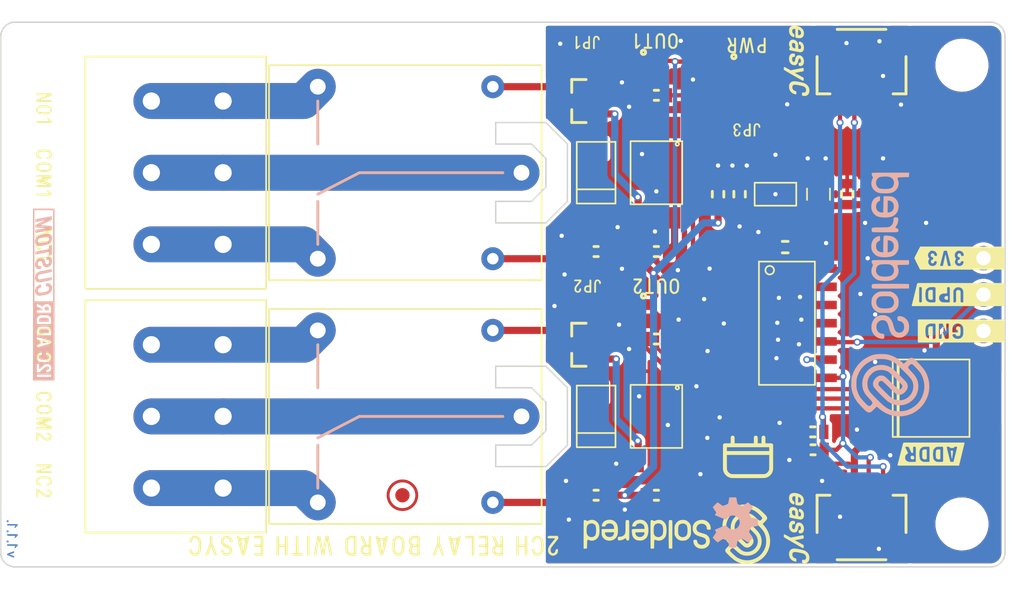
<source format=kicad_pcb>
(kicad_pcb (version 20211014) (generator pcbnew)
  (title_block (title "2CH relay board with easyC") (date "2021-07-14") (rev "V1.1.1.") (company "SOLDERED") (comment 1 "333025"))
  (layers (0 "F.Cu" signal) (31 "B.Cu" signal) (34 "B.Paste" user) (35 "F.Paste" user) (36 "B.SilkS" user "B.Silkscreen") (37 "F.SilkS" user "F.Silkscreen") (38 "B.Mask" user) (39 "F.Mask" user) (44 "Edge.Cuts" user))
  (net 0 "")
  (net 1 "Net-(D1-Pad2)")
  (net 2 "Net-(D2-Pad2)")
  (net 3 "Net-(D2-Pad1)")
  (net 4 "Net-(D3-Pad1)")
  (net 5 "Net-(D4-Pad2)")
  (net 6 "Net-(D5-Pad2)")
  (net 7 "NC1")
  (net 8 "COM1")
  (net 9 "NO1")
  (net 10 "GND")
  (net 11 "IN2")
  (net 12 "IN1")
  (net 13 "NC2")
  (net 14 "COM2")
  (net 15 "NO2")
  (net 16 "Net-(Q1-Pad1)")
  (net 17 "Net-(R1-Pad1)")
  (net 18 "Net-(R3-Pad1)")
  (net 19 "Net-(JP1-Pad1)")
  (net 20 "Net-(JP2-Pad2)")
  (net 21 "3V3")
  (net 22 "5V")
  (net 23 "SDA")
  (net 24 "SCL")
  (net 25 "UPDI")
  (net 26 "Net-(JP3-Pad1)")
  (net 27 "Net-(R8-Pad1)")
  (net 28 "Net-(R10-Pad1)")
  (net 32 "Net-(D5-Pad1)")
  (net 36 "Net-(U4-Pad1)")
  (net 37 "Net-(U3-Pad3)")
  (net 38 "ADD1")
  (net 39 "ADD2")
  (net 40 "ADD3")
  (footprint "e-radionica.com footprinti:SOIC-14" (layer "F.Cu") (at 120 117)
    (fp_text reference "U2")
    (fp_text value "ATTINY404-SSNR")
  )
  (footprint "buzzardLabel" (layer "F.Cu") (at 117.2 97.6 180)
    (fp_text reference "")
    (fp_text value "")
  )
  (footprint "e-radionica.com footprinti:0603C" (layer "F.Cu") (at 124.2 108 -90)
    (fp_text reference "C4")
    (fp_text value "C1608X7S1A475K080AC")
  )
  (footprint "e-radionica.com footprinti:SOT-23-3" (layer "F.Cu") (at 105.7 118.5 180)
    (fp_text reference "Q2")
    (fp_text value "NPN-SOT-23-3")
  )
  (footprint "e-radionica.com footprinti:0603R" (layer "F.Cu") (at 121.82 125.83 180)
    (fp_text reference "R5")
    (fp_text value "10k")
  )
  (footprint "buzzardLabel" (layer "F.Cu") (at 106.1 114.4 180)
    (fp_text reference "")
    (fp_text value "")
  )
  (footprint "e-radionica.com footprinti:0603C" (layer "F.Cu") (at 116.7 108 -90)
    (fp_text reference "C2")
    (fp_text value "CL10A226MPCNUBE")
  )
  (footprint "buzzardLabel" (layer "F.Cu") (at 117.2 103.5 180)
    (fp_text reference "")
    (fp_text value "")
  )
  (footprint "e-radionica.com footprinti:HEADER-UPDI" (layer "F.Cu") (at 133.7 115 -90)
    (fp_text reference "K2")
    (fp_text value "HEADER-UPDI")
  )
  (footprint "buzzardLabel" (layer "F.Cu") (at 135.6 117.54 180)
    (fp_text reference "")
    (fp_text value "")
  )
  (footprint "e-radionica.com footprinti:HOLE_3.2mm" (layer "F.Cu") (at 68.2 131 -90)
    (fp_text reference "H2" hide)
    (fp_text value "HOLE_3.2mm" hide)
  )
  (footprint "e-radionica.com footprinti:SMD-JUMPER-CONNECTED_TRACE_SLODERMASK" (layer "F.Cu") (at 117.2 102.2)
    (fp_text reference "JP2")
    (fp_text value "SMD-JUMPER-CONNECTED_TRACE_SLODERMASK")
  )
  (footprint "e-radionica.com footprinti:0402LED" (layer "F.Cu") (at 117.2 99 180)
    (fp_text reference "D3")
    (fp_text value "purple")
  )
  (footprint "Soldered Graphics:Logo-Front-SolderedFULL-13mm" (layer "F.Cu") (at 112.33 131.72 180)
    (fp_text reference "REF**" hide)
    (fp_text value "Logo-Front-SolderedFULL-13mm" hide)
  )
  (footprint "buzzardLabel" (layer "F.Cu") (at 130.05 126.13 180)
    (fp_text reference "")
    (fp_text value "")
  )
  (footprint "e-radionica.com footprinti:HOLE_3.2mm" (layer "F.Cu") (at 132.2 99 -90)
    (fp_text reference "H4" hide)
    (fp_text value "HOLE_3.2mm" hide)
  )
  (footprint "e-radionica.com footprinti:0402R" (layer "F.Cu") (at 108.5 98.7)
    (fp_text reference "R2")
    (fp_text value "2k2")
  )
  (footprint "e-radionica.com footprinti:easyC-connector" (layer "F.Cu") (at 125.2 99.3)
    (fp_text reference "K4")
    (fp_text value "easyC-SMD")
  )
  (footprint "e-radionica.com footprinti:PC357_OPTO" (layer "F.Cu") (at 110.9 106.5 -90)
    (fp_text reference "U1")
    (fp_text value "PC357_OPTO")
  )
  (footprint "e-radionica.com footprinti:0603R" (layer "F.Cu") (at 106.7 112)
    (fp_text reference "R4")
    (fp_text value "10R")
  )
  (footprint "buzzardLabel" (layer "F.Cu") (at 135.6 115 180)
    (fp_text reference "")
    (fp_text value "")
  )
  (footprint "e-radionica.com footprinti:0603R" (layer "F.Cu") (at 110.9 112 180)
    (fp_text reference "R3")
    (fp_text value "330R")
  )
  (footprint "buzzardLabel" (layer "F.Cu") (at 68.2 106.5 -90)
    (fp_text reference "")
    (fp_text value "")
  )
  (footprint "buzzardLabel" (layer "F.Cu") (at 91.2 132.5 180)
    (fp_text reference "")
    (fp_text value "")
  )
  (footprint "Soldered Graphics:Logo-Front-easyC-5mm" (layer "F.Cu") (at 120.7 131.3 -90)
    (fp_text reference "G***" hide)
    (fp_text value "LOGO" hide)
  )
  (footprint "e-radionica.com footprinti:SMD-JUMPER-CONNECTED_TRACE_SLODERMASK" (layer "F.Cu") (at 106.1 98.7 180)
    (fp_text reference "JP1")
    (fp_text value "SMD-JUMPER-CONNECTED_TRACE_SLODERMASK")
  )
  (footprint "e-radionica.com footprinti:0402LED" (layer "F.Cu") (at 110.9 98.7 180)
    (fp_text reference "D1")
    (fp_text value "blue")
  )
  (footprint "buzzardLabel" (layer "F.Cu") (at 68.2 123.5 -90)
    (fp_text reference "")
    (fp_text value "")
  )
  (footprint "buzzardLabel" (layer "F.Cu") (at 68.2 128 -90)
    (fp_text reference "")
    (fp_text value "")
  )
  (footprint "e-radionica.com footprinti:0603C" (layer "F.Cu") (at 119.88 111.69)
    (fp_text reference "C1")
    (fp_text value "0.1uF")
  )
  (footprint "e-radionica.com footprinti:SRD_RELAY_5V" (layer "F.Cu") (at 93.4 106.5)
    (fp_text reference "K3")
    (fp_text value "SRD-05VDC-SL-C")
  )
  (footprint "Soldered Graphics:Logo-Back-OSH-3.5mm" (layer "F.Cu") (at 116.4 130.9 -90)
    (fp_text reference "G***" hide)
    (fp_text value "LOGO" hide)
  )
  (footprint "e-radionica.com footprinti:DSHP03TS-S" (layer "F.Cu") (at 130.05 122.23)
    (fp_text reference "K8")
    (fp_text value "DSHP03TS-S")
  )
  (footprint "e-radionica.com footprinti:0603R" (layer "F.Cu") (at 106.7 129)
    (fp_text reference "R11")
    (fp_text value "10R")
  )
  (footprint "e-radionica.com footprinti:SMD-JUMPER-CONNECTED_TRACE_SLODERMASK" (layer "F.Cu") (at 106.1 115.7 180)
    (fp_text reference "JP3")
    (fp_text value "SMD-JUMPER-CONNECTED_TRACE_SLODERMASK")
  )
  (footprint "e-radionica.com footprinti:tps613222a" (layer "F.Cu") (at 119.2 108 -90)
    (fp_text reference "U4")
    (fp_text value "TPS613222A")
  )
  (footprint "e-radionica.com footprinti:0603R" (layer "F.Cu") (at 110.9 101.1)
    (fp_text reference "R1")
    (fp_text value "100R")
  )
  (footprint "Soldered Graphics:Logo-Front-easyC-5mm" (layer "F.Cu") (at 120.7 98.7 -90)
    (fp_text reference "G***" hide)
    (fp_text value "LOGO" hide)
  )
  (footprint "e-radionica.com footprinti:0806L" (layer "F.Cu") (at 122.2 108 -90)
    (fp_text reference "L1")
    (fp_text value "DFE201612E-2R2M=P2")
  )
  (footprint "e-radionica.com footprinti:0402R" (layer "F.Cu") (at 117.2 100.5)
    (fp_text reference "R7")
    (fp_text value "2k2")
  )
  (footprint "e-radionica.com footprinti:M4_DIODA" (layer "F.Cu") (at 106.7 123.5 -90)
    (fp_text reference "D5")
    (fp_text value "M4_DIODA")
  )
  (footprint "buzzardLabel" (layer "F.Cu") (at 135.6 112.46 180)
    (fp_text reference "")
    (fp_text value "")
  )
  (footprint "e-radionica.com footprinti:0603R" (layer "F.Cu") (at 121.8 124.58 180)
    (fp_text reference "R6")
    (fp_text value "10k")
  )
  (footprint "e-radionica.com footprinti:0603R" (layer "F.Cu") (at 110.9 118.1)
    (fp_text reference "R8")
    (fp_text value "100R")
  )
  (footprint "e-radionica.com footprinti:0603C" (layer "F.Cu") (at 115.2 108 -90)
    (fp_text reference "C3")
    (fp_text value "CL10A226MPCNUBE")
  )
  (footprint "e-radionica.com footprinti:0603R" (layer "F.Cu") (at 110.9 129 180)
    (fp_text reference "R10")
    (fp_text value "330R")
  )
  (footprint "e-radionica.com footprinti:FIDUCIAL_23" (layer "F.Cu") (at 132.2 106 -90)
    (fp_text reference "FD1")
    (fp_text value "FIDUCIAL")
  )
  (footprint "e-radionica.com footprinti:0402LED" (layer "F.Cu") (at 110.9 115.7 180)
    (fp_text reference "D4")
    (fp_text value "blue")
  )
  (footprint "buzzardLabel" (layer "F.Cu") (at 68.2 102 -90)
    (fp_text reference "")
    (fp_text value "")
  )
  (footprint "e-radionica.com footprinti:HOLE_3.2mm" (layer "F.Cu") (at 132.2 131 -90)
    (fp_text reference "H3" hide)
    (fp_text value "HOLE_3.2mm" hide)
  )
  (footprint "buzzardLabel" (layer "F.Cu") (at 68.2 111.5 -90)
    (fp_text reference "")
    (fp_text value "")
  )
  (footprint "Soldered Graphics:Logo-Back-SolderedFULL-17mm" (layer "F.Cu") (at 127.2 115 -90)
    (fp_text reference "REF**" hide)
    (fp_text value "Logo-Front-SolderedFULL-17mm" hide)
  )
  (footprint "e-radionica.com footprinti:SOT-23-3" (layer "F.Cu") (at 105.7 101.5 180)
    (fp_text reference "Q1")
    (fp_text value "NPN-SOT-23-3")
  )
  (footprint "e-radionica.com footprinti:FIDUCIAL_23" (layer "F.Cu") (at 93.2 129 -90)
    (fp_text reference "FD2")
    (fp_text value "FIDUCIAL")
  )
  (footprint "buzzardLabel" (layer "F.Cu") (at 106.1 97.4 180)
    (fp_text reference "")
    (fp_text value "")
  )
  (footprint "Soldered Graphics:Symbol-Front-Relay" (layer "F.Cu") (at 117.29 126.32 180)
    (fp_text reference "G***" hide)
    (fp_text value "LOGO" hide)
  )
  (footprint "e-radionica.com footprinti:PC357_OPTO" (layer "F.Cu") (at 110.9 123.5 -90)
    (fp_text reference "U3")
    (fp_text value "PC357_OPTO")
  )
  (footprint "buzzardLabel" (layer "F.Cu") (at 68.2 118.5 -90)
    (fp_text reference "")
    (fp_text value "")
  )
  (footprint "buzzardLabel" (layer "F.Cu") (at 110.9 97.3 180)
    (fp_text reference "")
    (fp_text value "")
  )
  (footprint "e-radionica.com footprinti:M4_DIODA" (layer "F.Cu") (at 106.7 106.5 -90)
    (fp_text reference "D2")
    (fp_text value "M4_DIODA")
  )
  (footprint "e-radionica.com footprinti:easyC-connector" (layer "F.Cu") (at 125.2 130.7 180)
    (fp_text reference "K1")
    (fp_text value "easyC-SMD")
  )
  (footprint "e-radionica.com footprinti:HOLE_3.2mm" (layer "F.Cu") (at 68.2 99 -90)
    (fp_text reference "H1" hide)
    (fp_text value "HOLE_3.2mm" hide)
  )
  (footprint "e-radionica.com footprinti:SRD_RELAY_5V" (layer "F.Cu") (at 93.4 123.5)
    (fp_text reference "K6")
    (fp_text value "SRD-05VDC-SL-C")
  )
  (footprint "e-radionica.com footprinti:0402R" (layer "F.Cu") (at 108.5 115.7)
    (fp_text reference "R9")
    (fp_text value "2k2")
  )
  (footprint "e-radionica.com footprinti:TERMINAL_KF235-5.0-3P" (layer "F.Cu") (at 78.2 123.5 -90)
    (fp_text reference "K7")
    (fp_text value "TERMINAL_KF235-5.0-3P")
  )
  (footprint "e-radionica.com footprinti:TERMINAL_KF235-5.0-3P" (layer "F.Cu") (at 78.2 106.5 -90)
    (fp_text reference "K5")
    (fp_text value "TERMINAL_KF235-5.0-3P")
  )
  (footprint "buzzardLabel" (layer "F.Cu") (at 110.9 114.4 180)
    (fp_text reference "")
    (fp_text value "")
  )
  (footprint "Soldered Graphics:Version1.1.1." (layer "B.Cu") (at 66 132 90)
    (fp_text reference "REF**" hide)
    (fp_text value "Version1.1.1." hide)
  )
  (footprint "Soldered Graphics:Symbol-Front_I2C_ADDR_CUSTOM" (layer "B.Cu") (at 68.2 115 90)
    (fp_text reference "REF**" hide)
    (fp_text value "Symbol-Front_I2C_ADDR_CUSTOM" hide)
  )
  (gr_line (start 87.3 101.5) (end 87.3 104.5) (layer "B.SilkS") (width 0.2))
  (gr_line (start 100.2 123.5) (end 90.2 123.5) (layer "B.SilkS") (width 0.2))
  (gr_line (start 87.3 118.5) (end 87.3 121.5) (layer "B.SilkS") (width 0.2))
  (gr_line (start 90.2 123.5) (end 87.3 125) (layer "B.SilkS") (width 0.2))
  (gr_line (start 87.3 128.5) (end 87.3 125.5) (layer "B.SilkS") (width 0.2))
  (gr_line (start 90.2 106.5) (end 87.3 108) (layer "B.SilkS") (width 0.2))
  (gr_line (start 100.2 106.5) (end 90.2 106.5) (layer "B.SilkS") (width 0.2))
  (gr_line (start 87.3 111.5) (end 87.3 108.5) (layer "B.SilkS") (width 0.2))
  (gr_line (start 103.2 110) (end 99.7 110) (layer "Edge.Cuts") (width 0.1))
  (gr_line (start 135.2 133) (end 135.2 97) (layer "Edge.Cuts") (width 0.1))
  (gr_line (start 103.2 127) (end 99.7 127) (layer "Edge.Cuts") (width 0.1))
  (gr_line (start 103.2 122.5) (end 102.2 121.5) (layer "Edge.Cuts") (width 0.1))
  (gr_line (start 103.2 105.5) (end 102.2 104.5) (layer "Edge.Cuts") (width 0.1))
  (gr_line (start 99.7 121.5) (end 99.7 120) (layer "Edge.Cuts") (width 0.1))
  (gr_line (start 65.2 97) (end 65.2 133) (layer "Edge.Cuts") (width 0.1))
  (gr_line (start 104.7 121.5) (end 104.7 125.5) (layer "Edge.Cuts") (width 0.1))
  (gr_line (start 104.7 104.5) (end 104.7 108.5) (layer "Edge.Cuts") (width 0.1))
  (gr_line (start 102.2 125.5) (end 103.2 124.5) (layer "Edge.Cuts") (width 0.1))
  (gr_arc (start 135.2 133) (mid 134.907108 133.707105) (end 134.200003 133.999997) (layer "Edge.Cuts") (width 0.1))
  (gr_line (start 99.7 125.5) (end 102.2 125.5) (layer "Edge.Cuts") (width 0.1))
  (gr_line (start 103.2 120) (end 104.7 121.5) (layer "Edge.Cuts") (width 0.1))
  (gr_arc (start 66.2 134) (mid 65.492893 133.707107) (end 65.2 133) (layer "Edge.Cuts") (width 0.1))
  (gr_line (start 103.2 124.5) (end 103.2 122.5) (layer "Edge.Cuts") (width 0.1))
  (gr_line (start 104.7 125.5) (end 103.2 127) (layer "Edge.Cuts") (width 0.1))
  (gr_arc (start 65.2 97) (mid 65.492893 96.292893) (end 66.2 96) (layer "Edge.Cuts") (width 0.1))
  (gr_line (start 99.7 127) (end 99.7 125.5) (layer "Edge.Cuts") (width 0.1))
  (gr_arc (start 134.2 96) (mid 134.907105 96.292892) (end 135.199997 96.999997) (layer "Edge.Cuts") (width 0.1))
  (gr_line (start 102.2 121.5) (end 99.7 121.5) (layer "Edge.Cuts") (width 0.1))
  (gr_line (start 103.2 103) (end 104.7 104.5) (layer "Edge.Cuts") (width 0.1))
  (gr_line (start 99.7 108.5) (end 102.2 108.5) (layer "Edge.Cuts") (width 0.1))
  (gr_line (start 102.2 104.5) (end 99.7 104.5) (layer "Edge.Cuts") (width 0.1))
  (gr_line (start 99.7 110) (end 99.7 108.5) (layer "Edge.Cuts") (width 0.1))
  (gr_line (start 104.7 108.5) (end 103.2 110) (layer "Edge.Cuts") (width 0.1))
  (gr_line (start 134.2 96) (end 66.2 96) (layer "Edge.Cuts") (width 0.1))
  (gr_line (start 103.2 107.5) (end 103.2 105.5) (layer "Edge.Cuts") (width 0.1))
  (gr_line (start 66.2 134) (end 134.2 134) (layer "Edge.Cuts") (width 0.1))
  (gr_line (start 102.2 108.5) (end 103.2 107.5) (layer "Edge.Cuts") (width 0.1))
  (gr_line (start 99.7 103) (end 103.2 103) (layer "Edge.Cuts") (width 0.1))
  (gr_line (start 99.7 120) (end 103.2 120) (layer "Edge.Cuts") (width 0.1))
  (gr_line (start 99.7 104.5) (end 99.7 103) (layer "Edge.Cuts") (width 0.1))
  (segment (start 110.35 98.7) (end 109 98.7) (width 0.3) (layer "F.Cu") (net 1))
  (segment (start 105.9 110.4) (end 105.9 111.975) (width 0.5) (layer "F.Cu") (net 2))
  (segment (start 105.425 112.5) (end 105.925 112) (width 0.5) (layer "F.Cu") (net 2))
  (segment (start 105.9 111.975) (end 105.925 112) (width 0.5) (layer "F.Cu") (net 2))
  (segment (start 99.5 112.5) (end 105.425 112.5) (width 0.5) (layer "F.Cu") (net 2))
  (segment (start 106.7 109.6) (end 105.9 110.4) (width 0.5) (layer "F.Cu") (net 2))
  (segment (start 106.7 108.19) (end 106.7 109.6) (width 0.5) (layer "F.Cu") (net 2))
  (segment (start 104.5 99.7) (end 104.5 101.5) (width 0.3) (layer "F.Cu") (net 3))
  (segment (start 104.5 102.61) (end 106.7 104.81) (width 0.5) (layer "F.Cu") (net 3))
  (segment (start 103.5 100.5) (end 104.5 101.5) (width 0.5) (layer "F.Cu") (net 3))
  (segment (start 105.75 98.7) (end 105.5 98.7) (width 0.3) (layer "F.Cu") (net 3))
  (segment (start 99.5 100.5) (end 103.5 100.5) (width 0.5) (layer "F.Cu") (net 3))
  (segment (start 105.5 98.7) (end 104.5 99.7) (width 0.3) (layer "F.Cu") (net 3))
  (segment (start 104.5 101.5) (end 104.5 102.61) (width 0.5) (layer "F.Cu") (net 3))
  (segment (start 117.75 100.45) (end 117.7 100.5) (width 0.3) (layer "F.Cu") (net 4))
  (segment (start 117.75 99) (end 117.75 100.45) (width 0.3) (layer "F.Cu") (net 4))
  (segment (start 109 115.7) (end 110.35 115.7) (width 0.3) (layer "F.Cu") (net 5))
  (segment (start 106.7 125.19) (end 106.7 126.5) (width 0.5) (layer "F.Cu") (net 6))
  (segment (start 105.9 127.3) (end 105.9 128.975) (width 0.5) (layer "F.Cu") (net 6))
  (segment (start 106.7 126.5) (end 105.9 127.3) (width 0.5) (layer "F.Cu") (net 6))
  (segment (start 99.5 129.5) (end 105.425 129.5) (width 0.5) (layer "F.Cu") (net 6))
  (segment (start 105.425 129.5) (end 105.925 129) (width 0.5) (layer "F.Cu") (net 6))
  (segment (start 105.9 128.975) (end 105.925 129) (width 0.5) (layer "F.Cu") (net 6))
  (segment (start 75.7 111.5) (end 80.7 111.5) (width 2.5) (layer "F.Cu") (net 7))
  (segment (start 86.3 111.5) (end 87.3 112.5) (width 2.5) (layer "F.Cu") (net 7))
  (segment (start 80.7 111.5) (end 86.3 111.5) (width 2.5) (layer "F.Cu") (net 7))
  (segment (start 75.7 111.5) (end 80.7 111.5) (width 2.5) (layer "B.Cu") (net 7))
  (segment (start 80.7 111.5) (end 86.3 111.5) (width 2.5) (layer "B.Cu") (net 7))
  (segment (start 86.3 111.5) (end 87.3 112.5) (width 2.5) (layer "B.Cu") (net 7))
  (segment (start 75.7 106.5) (end 80.7 106.5) (width 2.5) (layer "F.Cu") (net 8))
  (segment (start 80.7 106.5) (end 101.5 106.5) (width 2.5) (layer "F.Cu") (net 8))
  (segment (start 80.7 106.5) (end 75.7 106.5) (width 2.5) (layer "B.Cu") (net 8))
  (segment (start 101.5 106.5) (end 80.7 106.5) (width 2.5) (layer "B.Cu") (net 8))
  (segment (start 86.3 101.5) (end 87.3 100.5) (width 2.5) (layer "F.Cu") (net 9))
  (segment (start 75.7 101.5) (end 80.7 101.5) (width 2.5) (layer "F.Cu") (net 9))
  (segment (start 80.7 101.5) (end 86.3 101.5) (width 2.5) (layer "F.Cu") (net 9))
  (segment (start 80.7 101.5) (end 86.3 101.5) (width 2.5) (layer "B.Cu") (net 9))
  (segment (start 86.3 101.5) (end 87.3 100.5) (width 2.5) (layer "B.Cu") (net 9))
  (segment (start 75.7 101.5) (end 80.7 101.5) (width 2.5) (layer "B.Cu") (net 9))
  (via (at 119.49 123.95) (size 0.5) (drill 0.3) (layers "F.Cu" "B.Cu") (net 10))
  (via (at 104.8 130.7) (size 0.5) (drill 0.3) (layers "F.Cu" "B.Cu") (net 10))
  (via (at 108.3 117.1) (size 0.5) (drill 0.3) (layers "F.Cu" "B.Cu") (net 10))
  (via (at 113.97 127.53) (size 0.5) (drill 0.3) (layers "F.Cu" "B.Cu") (net 10))
  (via (at 126.1505 119.7) (size 0.5) (drill 0.3) (layers "F.Cu" "B.Cu") (net 10))
  (via (at 129.5895 118.8995) (size 0.5) (drill 0.3) (layers "F.Cu" "B.Cu") (net 10))
  (via (at 115.31 123.57) (size 0.5) (drill 0.3) (layers "F.Cu" "B.Cu") (net 10))
  (via (at 112.6 97.3) (size 0.5) (drill 0.3) (layers "F.Cu" "B.Cu") (net 10))
  (via (at 113.45 100) (size 0.5) (drill 0.3) (layers "F.Cu" "B.Cu") (net 10))
  (via (at 104.6 128) (size 0.5) (drill 0.3) (layers "F.Cu" "B.Cu") (net 10))
  (via (at 104.5 113.6) (size 0.5) (drill 0.3) (layers "F.Cu" "B.Cu") (net 10))
  (via (at 126.41 132.74) (size 0.5) (drill 0.3) (layers "F.Cu" "B.Cu") (net 10))
  (via (at 119.33 116.97) (size 0.5) (drill 0.3) (layers "F.Cu" "B.Cu") (net 10))
  (via (at 112.45 116.75) (size 0.5) (drill 0.3) (layers "F.Cu" "B.Cu") (net 10))
  (via (at 108.2 110.3) (size 0.5) (drill 0.3) (layers "F.Cu" "B.Cu") (net 10))
  (via (at 122.45 128) (size 0.5) (drill 0.3) (layers "F.Cu" "B.Cu") (net 10))
  (via (at 123.7 130.5) (size 0.5) (drill 0.3) (layers "F.Cu" "B.Cu") (net 10))
  (via (at 108.1 126.8) (size 0.5) (drill 0.3) (layers "F.Cu" "B.Cu") (net 10))
  (via (at 124.15 97.46) (size 0.5) (drill 0.3) (layers "F.Cu" "B.Cu") (net 10))
  (via (at 108.5 100.2) (size 0.5) (drill 0.3) (layers "F.Cu" "B.Cu") (net 10))
  (via (at 119.44 115.23) (size 0.5) (drill 0.3) (layers "F.Cu" "B.Cu") (net 10))
  (via (at 114.23 115.32) (size 0.5) (drill 0.3) (layers "F.Cu" "B.Cu") (net 10))
  (via (at 119.2 108) (size 0.5) (drill 0.3) (layers "F.Cu" "B.Cu") (net 10))
  (via (at 124.88 124.42) (size 0.5) (drill 0.3) (layers "F.Cu" "B.Cu") (net 10))
  (via (at 120.84 118.47) (size 0.5) (drill 0.3) (layers "F.Cu" "B.Cu") (net 10))
  (via (at 117.2 106) (size 0.5) (drill 0.3) (layers "F.Cu" "B.Cu") (net 10))
  (via (at 120.02 101.73) (size 0.5) (drill 0.3) (layers "F.Cu" "B.Cu") (net 10))
  (via (at 108.7 130) (size 0.5) (drill 0.3) (layers "F.Cu" "B.Cu") (net 10))
  (via (at 110.9 107.8) (size 0.5) (drill 0.3) (layers "F.Cu" "B.Cu") (net 10))
  (via (at 120.91 115.17) (size 0.5) (drill 0.3) (layers "F.Cu" "B.Cu") (net 10))
  (via (at 111.7 124.1) (size 0.5) (drill 0.3) (layers "F.Cu" "B.Cu") (net 10))
  (via (at 125.63 112.47) (size 0.5) (drill 0.3) (layers "F.Cu" "B.Cu") (net 10))
  (via (at 126.1505 116.39) (size 0.5) (drill 0.3) (layers "F.Cu" "B.Cu") (net 10))
  (via (at 118.01 110.64) (size 0.5) (drill 0.3) (layers "F.Cu" "B.Cu") (net 10))
  (via (at 115.6 117.02) (size 0.5) (drill 0.3) (layers "F.Cu" "B.Cu") (net 10))
  (via (at 113.69 121.4) (size 0.5) (drill 0.3) (layers "F.Cu" "B.Cu") (net 10))
  (via (at 108.5 113.2) (size 0.5) (drill 0.3) (layers "F.Cu" "B.Cu") (net 10))
  (via (at 109 118.8) (size 0.5) (drill 0.3) (layers "F.Cu" "B.Cu") (net 10))
  (via (at 126.7 105.5) (size 0.5) (drill 0.3) (layers "F.Cu" "B.Cu") (net 10))
  (via (at 116.2 106) (size 0.5) (drill 0.3) (layers "F.Cu" "B.Cu") (net 10))
  (via (at 114.467743 118.9405) (size 0.5) (drill 0.3) (layers "F.Cu" "B.Cu") (net 10))
  (via (at 125.12 114.96) (size 0.5) (drill 0.3) (layers "F.Cu" "B.Cu") (net 10))
  (via (at 120.17 126.54) (size 0.5) (drill 0.3) (layers "F.Cu" "B.Cu") (net 10))
  (via (at 127.95 101.75) (size 0.5) (drill 0.3) (layers "F.Cu" "B.Cu") (net 10))
  (via (at 109.9 105.2) (size 0.5) (drill 0.3) (layers "F.Cu" "B.Cu") (net 10))
  (via (at 109 101.9) (size 0.5) (drill 0.3) (layers "F.Cu" "B.Cu") (net 10))
  (via (at 115.2 106) (size 0.5) (drill 0.3) (layers "F.Cu" "B.Cu") (net 10))
  (via (at 126.7 99.75) (size 0.5) (drill 0.3) (layers "F.Cu" "B.Cu") (net 10))
  (via (at 127.2 126.21) (size 0.5) (drill 0.3) (layers "F.Cu" "B.Cu") (net 10))
  (via (at 126.45 97.33) (size 0.5) (drill 0.3) (layers "F.Cu" "B.Cu") (net 10))
  (via (at 121.45 105.5) (size 0.5) (drill 0.3) (layers "F.Cu" "B.Cu") (net 10))
  (via (at 112.4 113.3) (size 0.5) (drill 0.3) (layers "F.Cu" "B.Cu") (net 10))
  (via (at 119.27 119.44) (size 0.5) (drill 0.3) (layers "F.Cu" "B.Cu") (net 10))
  (via (at 103.8 115.8) (size 0.5) (drill 0.3) (layers "F.Cu" "B.Cu") (net 10))
  (via (at 129.7 110) (size 0.5) (drill 0.3) (layers "F.Cu" "B.Cu") (net 10))
  (via (at 119.38 118.15) (size 0.5) (drill 0.3) (layers "F.Cu" "B.Cu") (net 10))
  (via (at 122.73 111.41) (size 0.5) (drill 0.3) (layers "F.Cu" "B.Cu") (net 10))
  (via (at 121 116.75) (size 0.5) (drill 0.3) (layers "F.Cu" "B.Cu") (net 10))
  (via (at 109.7 122.1) (size 0.5) (drill 0.3) (layers "F.Cu" "B.Cu") (net 10))
  (via (at 114.61 113.19) (size 0.5) (drill 0.3) (layers "F.Cu" "B.Cu") (net 10))
  (via (at 114.45 125) (size 0.5) (drill 0.3) (layers "F.Cu" "B.Cu") (net 10))
  (via (at 104.3 110.9) (size 0.5) (drill 0.3) (layers "F.Cu" "B.Cu") (net 10))
  (via (at 110.8 110.6) (size 0.5) (drill 0.3) (layers "F.Cu" "B.Cu") (net 10))
  (via (at 122.7 105.5) (size 0.5) (drill 0.3) (layers "F.Cu" "B.Cu") (net 10))
  (via (at 116.7 110.25) (size 0.5) (drill 0.3) (layers "F.Cu" "B.Cu") (net 10))
  (via (at 125.45 110) (size 0.5) (drill 0.3) (layers "F.Cu" "B.Cu") (net 10))
  (via (at 104.2 97.5) (size 0.5) (drill 0.3) (layers "F.Cu" "B.Cu") (net 10))
  (via (at 119.2 105.25) (size 0.5) (drill 0.3) (layers "F.Cu" "B.Cu") (net 10))
  (segment (start 115.5 115.73) (end 117.3 115.73) (width 0.3) (layer "F.Cu") (net 11))
  (segment (start 113.13 118.1) (end 115.5 115.73) (width 0.3) (layer "F.Cu") (net 11))
  (segment (start 111.675 118.1) (end 113.13 118.1) (width 0.3) (layer "F.Cu") (net 11))
  (segment (start 111.675 101.1) (end 112.8 101.1) (width 0.3) (layer "F.Cu") (net 12))
  (segment (start 113.45 113.32) (end 114.59 114.46) (width 0.3) (layer "F.Cu") (net 12))
  (segment (start 112.8 101.1) (end 113.45 101.75) (width 0.3) (layer "F.Cu") (net 12))
  (segment (start 113.45 101.75) (end 113.45 113.32) (width 0.3) (layer "F.Cu") (net 12))
  (segment (start 114.59 114.46) (end 117.3 114.46) (width 0.3) (layer "F.Cu") (net 12))
  (segment (start 86.3 128.5) (end 87.3 129.5) (width 2.5) (layer "F.Cu") (net 13))
  (segment (start 80.7 128.5) (end 86.3 128.5) (width 2.5) (layer "F.Cu") (net 13))
  (segment (start 75.7 128.5) (end 80.7 128.5) (width 2.5) (layer "F.Cu") (net 13))
  (segment (start 86.3 128.5) (end 87.3 129.5) (width 2.5) (layer "B.Cu") (net 13))
  (segment (start 75.7 128.5) (end 86.3 128.5) (width 2.5) (layer "B.Cu") (net 13))
  (segment (start 75.7 123.5) (end 80.7 123.5) (width 2.5) (layer "F.Cu") (net 14))
  (segment (start 80.7 123.5) (end 101.5 123.5) (width 2.5) (layer "F.Cu") (net 14))
  (segment (start 80.7 123.5) (end 101.5 123.5) (width 2.5) (layer "B.Cu") (net 14))
  (segment (start 75.7 123.5) (end 80.7 123.5) (width 2.5) (layer "B.Cu") (net 14))
  (segment (start 86.3 118.5) (end 87.3 117.5) (width 2.5) (layer "F.Cu") (net 15))
  (segment (start 75.7 118.5) (end 80.7 118.5) (width 2.5) (layer "F.Cu") (net 15))
  (segment (start 80.7 118.5) (end 86.3 118.5) (width 2.5) (layer "F.Cu") (net 15))
  (segment (start 80.7 118.5) (end 86.3 118.5) (width 2.5) (layer "B.Cu") (net 15))
  (segment (start 75.7 118.5) (end 80.7 118.5) (width 2.5) (layer "B.Cu") (net 15))
  (segment (start 86.3 118.5) (end 87.3 117.5) (width 2.5) (layer "B.Cu") (net 15))
  (segment (start 108 102.4) (end 106.95 102.4) (width 0.5) (layer "F.Cu") (net 16))
  (segment (start 109.63 108.23) (end 109.6 108.2) (width 0.5) (layer "F.Cu") (net 16))
  (segment (start 109.63 109.65) (end 109.63 108.23) (width 0.5) (layer "F.Cu") (net 16))
  (segment (start 106.95 102.4) (end 106.9 102.45) (width 0.5) (layer "F.Cu") (net 16))
  (via (at 108 102.4) (size 0.5) (drill 0.3) (layers "F.Cu" "B.Cu") (net 16))
  (via (at 109.6 108.2) (size 0.5) (drill 0.3) (layers "F.Cu" "B.Cu") (net 16))
  (segment (start 109.6 108.2) (end 108 106.6) (width 0.5) (layer "B.Cu") (net 16))
  (segment (start 108 106.6) (end 108 102.4) (width 0.5) (layer "B.Cu") (net 16))
  (segment (start 110.125 101.725) (end 111.75 103.35) (width 0.3) (layer "F.Cu") (net 17))
  (segment (start 110.125 101.1) (end 110.125 101.725) (width 0.3) (layer "F.Cu") (net 17))
  (segment (start 111.75 103.35) (end 112.17 103.35) (width 0.3) (layer "F.Cu") (net 17))
  (segment (start 112.17 109.65) (end 112.17 111.505) (width 0.5) (layer "F.Cu") (net 18))
  (segment (start 112.17 111.505) (end 111.675 112) (width 0.5) (layer "F.Cu") (net 18))
  (segment (start 108 98.7) (end 106.45 98.7) (width 0.3) (layer "F.Cu") (net 19))
  (segment (start 116.7 100.5) (end 116.7 100.7) (width 0.3) (layer "F.Cu") (net 20))
  (segment (start 116.7 100.7) (end 117.55 101.55) (width 0.3) (layer "F.Cu") (net 20))
  (segment (start 117.55 101.55) (end 117.55 102.2) (width 0.3) (layer "F.Cu") (net 20))
  (segment (start 122.2 108.8) (end 122.2 109.95) (width 0.5) (layer "F.Cu") (net 21))
  (segment (start 124.7 128.55) (end 124.7 127.18) (width 0.5) (layer "F.Cu") (net 21))
  (segment (start 121.58 110.57) (end 119.61 110.57) (width 0.5) (layer "F.Cu") (net 21))
  (segment (start 119.15 111.03) (end 119.15 111.69) (width 0.5) (layer "F.Cu") (net 21))
  (segment (start 121.46 126.8) (end 124.32 126.8) (width 0.3) (layer "F.Cu") (net 21))
  (segment (start 122.2 108.8) (end 124.13 108.8) (width 0.5) (layer "F.Cu") (net 21))
  (segment (start 125.36 125.33) (end 124.7 125.99) (width 0.5) (layer "F.Cu") (net 21))
  (segment (start 119.15 111.69) (end 119.15 112.9) (width 0.5) (layer "F.Cu") (net 21))
  (segment (start 130.41 122.56) (end 127.64 125.33) (width 0.5) (layer "F.Cu") (net 21))
  (segment (start 118.86 113.19) (end 117.3 113.19) (width 0.5) (layer "F.Cu") (net 21))
  (segment (start 121.045 125.83) (end 121.025 125.81) (width 0.3) (layer "F.Cu") (net 21))
  (segment (start 124.32 126.8) (end 124.7 127.18) (width 0.3) (layer "F.Cu") (net 21))
  (segment (start 133.66 112.5) (end 133.7 112.46) (width 0.5) (layer "F.Cu") (net 21))
  (segment (start 119.15 112.9) (end 118.86 113.19) (width 0.5) (layer "F.Cu") (net 21))
  (segment (start 121.045 126.385) (end 121.46 126.8) (width 0.3) (layer "F.Cu") (net 21))
  (segment (start 124.7 125.99) (end 124.7 127.18) (width 0.5) (layer "F.Cu") (net 21))
  (segment (start 126.68 108.73) (end 130.41 112.46) (width 0.5) (layer "F.Cu") (net 21))
  (segment (start 125.7 107.75) (end 125.7 101.45) (width 0.5) (layer "F.Cu") (net 21))
  (segment (start 122.2 109.95) (end 121.58 110.57) (width 0.5) (layer "F.Cu") (net 21))
  (segment (start 124.2 108.73) (end 126.68 108.73) (width 0.5) (layer "F.Cu") (net 21))
  (segment (start 119.61 110.57) (end 119.15 111.03) (width 0.5) (layer "F.Cu") (net 21))
  (segment (start 130.41 112.46) (end 130.41 122.56) (width 0.5) (layer "F.Cu") (net 21))
  (segment (start 130.41 112.46) (end 133.7 112.46) (width 0.5) (layer "F.Cu") (net 21))
  (segment (start 124.13 108.8) (end 124.2 108.73) (width 0.5) (layer "F.Cu") (net 21))
  (segment (start 126.68 108.73) (end 125.7 107.75) (width 0.5) (layer "F.Cu") (net 21))
  (segment (start 127.64 125.33) (end 125.36 125.33) (width 0.5) (layer "F.Cu") (net 21))
  (segment (start 121.045 125.83) (end 121.045 126.385) (width 0.3) (layer "F.Cu") (net 21))
  (segment (start 121.025 125.81) (end 121.025 124.58) (width 0.3) (layer "F.Cu") (net 21))
  (segment (start 112.15 98.7) (end 112.2 98.75) (width 0.3) (layer "F.Cu") (net 22))
  (segment (start 111.45 114.25) (end 111.45 115.7) (width 0.3) (layer "F.Cu") (net 22))
  (segment (start 107.475 112) (end 110.125 112) (width 0.5) (layer "F.Cu") (net 22))
  (segment (start 116.7 108.73) (end 117.68 108.73) (width 0.5) (layer "F.Cu") (net 22))
  (segment (start 110.125 112.925) (end 110.125 112) (width 0.5) (layer "F.Cu") (net 22))
  (segment (start 116.7 108.73) (end 115.2 108.73) (width 0.5) (layer "F.Cu") (net 22))
  (segment (start 117.68 108.73) (end 118.25 109.3) (width 0.5) (layer "F.Cu") (net 22))
  (segment (start 110.7 113.5) (end 110.125 112.925) (width 0.5) (layer "F.Cu") (net 22))
  (segment (start 112.2 98.75) (end 113.35 98.75) (width 0.3) (layer "F.Cu") (net 22))
  (segment (start 115.2 110) (end 115.2 108.73) (width 0.5) (layer "F.Cu") (net 22))
  (segment (start 111.45 98.7) (end 112.15 98.7) (width 0.3) (layer "F.Cu") (net 22))
  (segment (start 116.6 102) (end 116.85 102) (width 0.3) (layer "F.Cu") (net 22))
  (segment (start 109.1 129) (end 108.7 129) (width 0.5) (layer "F.Cu") (net 22))
  (segment (start 109.1 129) (end 110.125 129) (width 0.5) (layer "F.Cu") (net 22))
  (segment (start 113.35 98.75) (end 116.6 102) (width 0.3) (layer "F.Cu") (net 22))
  (segment (start 108.7 129) (end 107.475 129) (width 0.5) (layer "F.Cu") (net 22))
  (segment (start 110.7 113.5) (end 111.45 114.25) (width 0.3) (layer "F.Cu") (net 22))
  (via (at 108.7 129) (size 0.5) (drill 0.3) (layers "F.Cu" "B.Cu") (net 22))
  (via (at 110.7 113.5) (size 0.5) (drill 0.3) (layers "F.Cu" "B.Cu") (net 22))
  (via (at 115.2 110) (size 0.5) (drill 0.3) (layers "F.Cu" "B.Cu") (net 22))
  (via (at 112.2 98.75) (size 0.5) (drill 0.3) (layers "F.Cu" "B.Cu") (net 22))
  (segment (start 110.7 113.5) (end 112.075 112.125) (width 0.5) (layer "B.Cu") (net 22))
  (segment (start 110.7 127) (end 108.7 129) (width 0.5) (layer "B.Cu") (net 22))
  (segment (start 112.2 98.75) (end 112.2 112) (width 0.3) (layer "B.Cu") (net 22))
  (segment (start 112.075 112.125) (end 114.2 110) (width 0.5) (layer "B.Cu") (net 22))
  (segment (start 114.2 110) (end 115.2 110) (width 0.5) (layer "B.Cu") (net 22))
  (segment (start 112.2 112) (end 112.075 112.125) (width 0.3) (layer "B.Cu") (net 22))
  (segment (start 110.7 113.5) (end 110.7 127) (width 0.5) (layer "B.Cu") (net 22))
  (segment (start 123.81 120.81) (end 123.91 120.71) (width 0.3) (layer "F.Cu") (net 23))
  (segment (start 124.7 101.45) (end 124.7 103) (width 0.3) (layer "F.Cu") (net 23))
  (segment (start 125.7 128.55) (end 125.7 126.469244) (width 0.3) (layer "F.Cu") (net 23))
  (segment (start 122.595 125.83) (end 123.45 125.83) (width 0.3) (layer "F.Cu") (net 23))
  (segment (start 125.7 126.469244) (end 125.809622 126.359622) (width 0.3) (layer "F.Cu") (net 23))
  (segment (start 123.45 125.83) (end 123.9 125.38) (width 0.3) (layer "F.Cu") (net 23))
  (segment (start 122.7 120.81) (end 123.81 120.81) (width 0.3) (layer "F.Cu") (net 23))
  (via (at 123.9 125.38) (size 0.5) (drill 0.3) (layers "F.Cu" "B.Cu") (net 23))
  (via (at 124.7 103) (size 0.5) (drill 0.3) (layers "F.Cu" "B.Cu") (net 23))
  (via (at 123.91 120.71) (size 0.5) (drill 0.3) (layers "F.Cu" "B.Cu") (net 23))
  (via (at 125.809622 126.359622) (size 0.5) (drill 0.3) (layers "F.Cu" "B.Cu") (net 23))
  (segment (start 124.7 113.5) (end 123.91 114.29) (width 0.3) (layer "B.Cu") (net 23))
  (segment (start 123.91 125.37) (end 123.9 125.38) (width 0.3) (layer "B.Cu") (net 23))
  (segment (start 125.809622 126.359622) (end 124.879622 126.359622) (width 0.3) (layer "B.Cu") (net 23))
  (segment (start 123.91 120.71) (end 123.91 125.37) (width 0.3) (layer "B.Cu") (net 23))
  (segment (start 123.91 114.29) (end 123.91 120.71) (width 0.3) (layer "B.Cu") (net 23))
  (segment (start 124.7 103) (end 124.7 113.5) (width 0.3) (layer "B.Cu") (net 23))
  (segment (start 124.879622 126.359622) (end 123.9 125.38) (width 0.3) (layer "B.Cu") (net 23))
  (segment (start 122.575 123.6345) (end 122.48 123.5395) (width 0.3) (layer "F.Cu") (net 24))
  (segment (start 122.7 119.54) (end 121.39 119.54) (width 0.3) (layer "F.Cu") (net 24))
  (segment (start 123.7 101.45) (end 123.7 103) (width 0.3) (layer "F.Cu") (net 24))
  (segment (start 122.575 124.58) (end 122.575 123.6345) (width 0.3) (layer "F.Cu") (net 24))
  (segment (start 126.7 127) (end 126.7 128.55) (width 0.3) (layer "F.Cu") (net 24))
  (via (at 121.39 119.54) (size 0.5) (drill 0.3) (layers "F.Cu" "B.Cu") (net 24))
  (via (at 126.7 127) (size 0.5) (drill 0.3) (layers "F.Cu" "B.Cu") (net 24))
  (via (at 123.7 103) (size 0.5) (drill 0.3) (layers "F.Cu" "B.Cu") (net 24))
  (via (at 122.48 123.5395) (size 0.5) (drill 0.3) (layers "F.Cu" "B.Cu") (net 24))
  (segment (start 122.48 120.87) (end 122.48 120.11) (width 0.3) (layer "B.Cu") (net 24))
  (segment (start 122.48 123.2) (end 122.48 122.59) (width 0.3) (layer "B.Cu") (net 24))
  (segment (start 122.48 123.2) (end 122.48 123.5395) (width 0.3) (layer "B.Cu") (net 24))
  (segment (start 126.7 127) (end 124.2 127) (width 0.3) (layer "B.Cu") (net 24))
  (segment (start 122.48 122.59) (end 122.48 120.87) (width 0.3) (layer "B.Cu") (net 24))
  (segment (start 122.48 120.87) (end 122.48 114.47) (width 0.3) (layer "B.Cu") (net 24))
  (segment (start 122.48 114.47) (end 123.7 113.25) (width 0.3) (layer "B.Cu") (net 24))
  (segment (start 122.48 120.11) (end 121.91 119.54) (width 0.3) (layer "B.Cu") (net 24))
  (segment (start 124.2 127) (end 122.48 125.28) (width 0.3) (layer "B.Cu") (net 24))
  (segment (start 123.7 113.25) (end 123.7 103) (width 0.3) (layer "B.Cu") (net 24))
  (segment (start 122.48 125.28) (end 122.48 123.2) (width 0.3) (layer "B.Cu") (net 24))
  (segment (start 121.91 119.54) (end 121.39 119.54) (width 0.3) (layer "B.Cu") (net 24))
  (segment (start 122.75 118.32) (end 122.7 118.27) (width 0.3) (layer "F.Cu") (net 25))
  (segment (start 124.9 118.32) (end 122.75 118.32) (width 0.3) (layer "F.Cu") (net 25))
  (via (at 124.9 118.32) (size 0.5) (drill 0.3) (layers "F.Cu" "B.Cu") (net 25))
  (segment (start 130.4 118.3) (end 126.1505 118.3) (width 0.3) (layer "B.Cu") (net 25))
  (segment (start 124.92 118.3) (end 124.9 118.32) (width 0.3) (layer "B.Cu") (net 25))
  (segment (start 126.1505 118.3) (end 124.92 118.3) (width 0.3) (layer "B.Cu") (net 25))
  (segment (start 133.7 115) (end 130.4 118.3) (width 0.3) (layer "B.Cu") (net 25))
  (segment (start 106.45 115.7) (end 108 115.7) (width 0.3) (layer "F.Cu") (net 26))
  (segment (start 110.125 118.1) (end 110.125 118.65) (width 0.3) (layer "F.Cu") (net 27))
  (segment (start 110.125 118.65) (end 111.825 120.35) (width 0.3) (layer "F.Cu") (net 27))
  (segment (start 111.825 120.35) (end 112.17 120.35) (width 0.3) (layer "F.Cu") (net 27))
  (segment (start 112.17 126.65) (end 112.17 128.505) (width 0.5) (layer "F.Cu") (net 28))
  (segment (start 112.17 128.505) (end 111.675 129) (width 0.5) (layer "F.Cu") (net 28))
  (segment (start 103.5 117.5) (end 104.5 118.5) (width 0.5) (layer "F.Cu") (net 32))
  (segment (start 104.5 119.61) (end 106.7 121.81) (width 0.5) (layer "F.Cu") (net 32))
  (segment (start 99.5 117.5) (end 103.5 117.5) (width 0.5) (layer "F.Cu") (net 32))
  (segment (start 104.5 118.5) (end 104.5 119.61) (width 0.5) (layer "F.Cu") (net 32))
  (segment (start 105.5 115.7) (end 104.5 116.7) (width 0.3) (layer "F.Cu") (net 32))
  (segment (start 105.75 115.7) (end 105.5 115.7) (width 0.3) (layer "F.Cu") (net 32))
  (segment (start 104.5 116.7) (end 104.5 118.5) (width 0.3) (layer "F.Cu") (net 32))
  (segment (start 120.65 107.2) (end 120.15 106.7) (width 0.5) (layer "F.Cu") (net 36))
  (segment (start 122.2 107.2) (end 120.65 107.2) (width 0.5) (layer "F.Cu") (net 36))
  (segment (start 109.63 126.65) (end 109.63 125.23) (width 0.5) (layer "F.Cu") (net 37))
  (segment (start 109.63 125.23) (end 109.6 125.2) (width 0.5) (layer "F.Cu") (net 37))
  (segment (start 108.1 119.5) (end 106.95 119.5) (width 0.5) (layer "F.Cu") (net 37))
  (segment (start 106.95 119.5) (end 106.9 119.45) (width 0.5) (layer "F.Cu") (net 37))
  (via (at 108.1 119.5) (size 0.5) (drill 0.3) (layers "F.Cu" "B.Cu") (net 37))
  (via (at 109.6 125.2) (size 0.5) (drill 0.3) (layers "F.Cu" "B.Cu") (net 37))
  (segment (start 109.6 125.2) (end 108.1 123.7) (width 0.5) (layer "B.Cu") (net 37))
  (segment (start 108.1 123.7) (end 108.1 119.5) (width 0.5) (layer "B.Cu") (net 37))
  (segment (start 118.59 120.81) (end 117.3 120.81) (width 0.3) (layer "F.Cu") (net 38))
  (segment (start 119.38 121.6) (end 118.59 120.81) (width 0.3) (layer "F.Cu") (net 38))
  (segment (start 125 120.96) (end 124.36 121.6) (width 0.3) (layer "F.Cu") (net 38))
  (segment (start 126.24 120.96) (end 125 120.96) (width 0.3) (layer "F.Cu") (net 38))
  (segment (start 124.36 121.6) (end 119.38 121.6) (width 0.3) (layer "F.Cu") (net 38))
  (segment (start 116.24 119.54) (end 117.3 119.54) (width 0.3) (layer "F.Cu") (net 39))
  (segment (start 115.79 121.42) (end 115.79 119.99) (width 0.3) (layer "F.Cu") (net 39))
  (segment (start 115.79 119.99) (end 116.24 119.54) (width 0.3) (layer "F.Cu") (net 39))
  (segment (start 126.24 122.23) (end 126.21 122.26) (width 0.3) (layer "F.Cu") (net 39))
  (segment (start 116.63 122.26) (end 115.79 121.42) (width 0.3) (layer "F.Cu") (net 39))
  (segment (start 126.21 122.26) (end 116.63 122.26) (width 0.3) (layer "F.Cu") (net 39))
  (segment (start 125.425 122.94) (end 115.78 122.94) (width 0.3) (layer "F.Cu") (net 40))
  (segment (start 116.27 118.27) (end 117.3 118.27) (width 0.3) (layer "F.Cu") (net 40))
  (segment (start 115.78 122.94) (end 114.64 121.8) (width 0.3) (layer "F.Cu") (net 40))
  (segment (start 114.64 121.8) (end 114.64 119.9) (width 0.3) (layer "F.Cu") (net 40))
  (segment (start 114.64 119.9) (end 116.27 118.27) (width 0.3) (layer "F.Cu") (net 40))
  (segment (start 125.985 123.5) (end 125.425 122.94) (width 0.3) (layer "F.Cu") (net 40))
  (segment (start 126.24 123.5) (end 125.985 123.5) (width 0.3) (layer "F.Cu") (net 40))
  (zone (net 10) (net_name "GND") (layers F&B.Cu) (connect_pads (clearance 0.254)) (min_thickness 0.254) (fill yes (thermal_gap 0.254) (thermal_bridge_width 0.254))
    (polygon (pts (xy 103.2 134) (xy 103.2 96) (xy 135.2 96) (xy 135.2 134)))
  )
)
</source>
